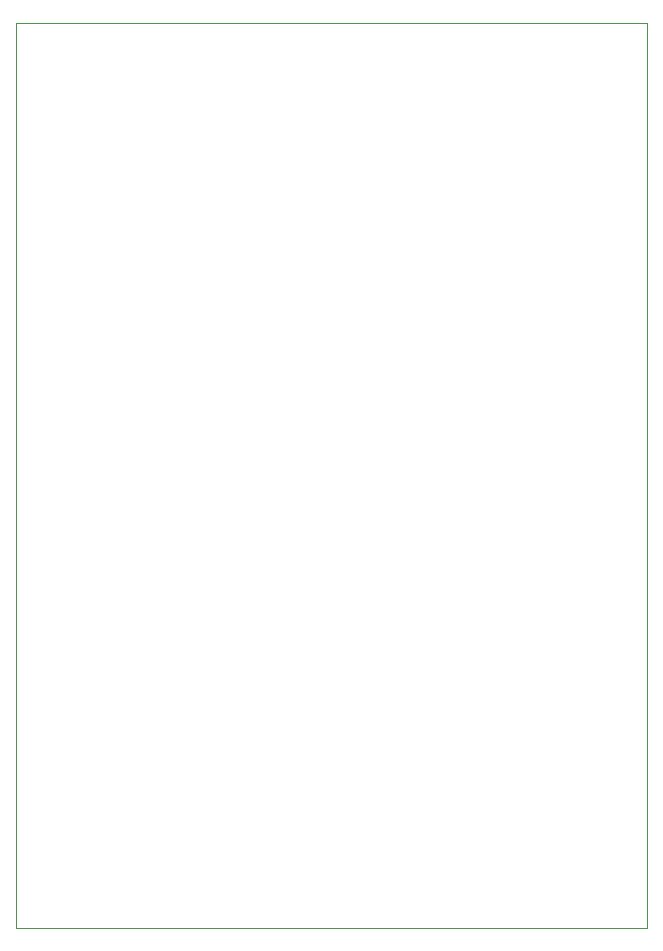
<source format=gm1>
%TF.GenerationSoftware,KiCad,Pcbnew,7.0.1-0*%
%TF.CreationDate,2024-03-21T16:56:53-04:00*%
%TF.ProjectId,pihat,70696861-742e-46b6-9963-61645f706362,rev?*%
%TF.SameCoordinates,Original*%
%TF.FileFunction,Profile,NP*%
%FSLAX46Y46*%
G04 Gerber Fmt 4.6, Leading zero omitted, Abs format (unit mm)*
G04 Created by KiCad (PCBNEW 7.0.1-0) date 2024-03-21 16:56:53*
%MOMM*%
%LPD*%
G01*
G04 APERTURE LIST*
%TA.AperFunction,Profile*%
%ADD10C,0.100000*%
%TD*%
G04 APERTURE END LIST*
D10*
X52000000Y-55880000D02*
X105410000Y-55880000D01*
X105410000Y-132500000D01*
X52000000Y-132500000D01*
X52000000Y-55880000D01*
M02*

</source>
